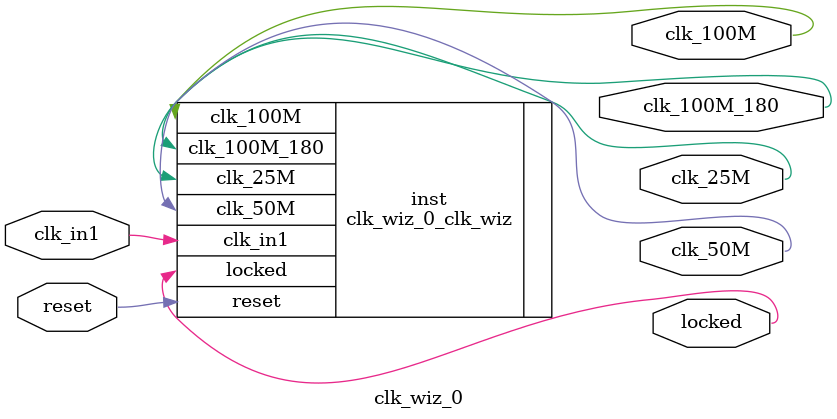
<source format=v>


`timescale 1ps/1ps

(* CORE_GENERATION_INFO = "clk_wiz_0,clk_wiz_v6_0_6_0_0,{component_name=clk_wiz_0,use_phase_alignment=true,use_min_o_jitter=false,use_max_i_jitter=false,use_dyn_phase_shift=false,use_inclk_switchover=false,use_dyn_reconfig=false,enable_axi=0,feedback_source=FDBK_AUTO,PRIMITIVE=MMCM,num_out_clk=4,clkin1_period=20.000,clkin2_period=10.0,use_power_down=false,use_reset=true,use_locked=true,use_inclk_stopped=false,feedback_type=SINGLE,CLOCK_MGR_TYPE=NA,manual_override=false}" *)

module clk_wiz_0 
 (
  // Clock out ports
  output        clk_100M,
  output        clk_100M_180,
  output        clk_50M,
  output        clk_25M,
  // Status and control signals
  input         reset,
  output        locked,
 // Clock in ports
  input         clk_in1
 );

  clk_wiz_0_clk_wiz inst
  (
  // Clock out ports  
  .clk_100M(clk_100M),
  .clk_100M_180(clk_100M_180),
  .clk_50M(clk_50M),
  .clk_25M(clk_25M),
  // Status and control signals               
  .reset(reset), 
  .locked(locked),
 // Clock in ports
  .clk_in1(clk_in1)
  );

endmodule

</source>
